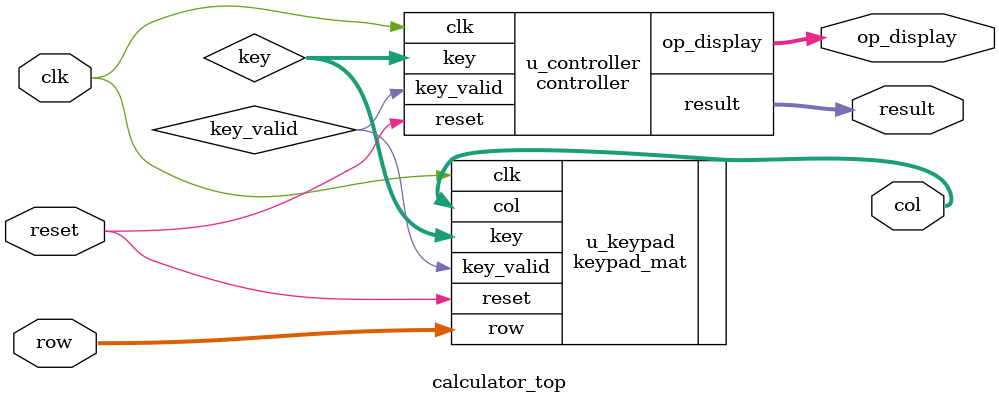
<source format=v>
module pow_module (
    input clk,
    input reset,
    input [3:0] base,
    input [3:0] exp,
    output reg [7:0] result,
    output reg done
);

reg [3:0] counter;
reg [7:0] temp_result;
reg [1:0] state;

localparam IDLE = 2'b00;
localparam CALC = 2'b01;
localparam DONE = 2'b10;

always @(posedge clk or posedge reset) begin
    if (reset) begin
        result <= 8'd1;
        temp_result <= 8'd1;
        counter <= 4'd0;
        state <= IDLE;
        done <= 1'b0;
    end else begin
        case (state)
            IDLE: begin
                if (exp > 0) begin
                    temp_result <= 8'd1;
                    counter <= 4'd0;
                    state <= CALC;
                    done <= 1'b0;
                end else begin
                    result <= 8'd1;
                    done <= 1'b1;
                end
            end
            CALC: begin
                if (counter < exp) begin
                    temp_result <= temp_result * base;
                    counter <= counter + 4'b1;
                end else begin
                    result <= temp_result;
                    state <= DONE;
                end
            end
            DONE: begin
                done <= 1'b1;
                state <= IDLE;
            end
        endcase
    end
end

endmodule



module alu (
    input clk,
    input reset,
    input [3:0] a,
    input [3:0] b,
    input [2:0] opcode,
    output reg [7:0] result
);

wire [7:0] result1;
wire [7:0] pow_result;
wire pow_done;

pow_module u_pow (
    .clk(clk),
    .reset(reset),
    .base(a),
    .exp(b),
    .result(pow_result),
    .done(pow_done)
);

always @(posedge clk or posedge reset) begin
    if (reset) begin
        result <= 8'b0;
    end else begin
        case (opcode)
            3'b000: result <= a + b;        // Suma
            3'b001: result <= a - b;        // Resta
            3'b010: result <= (b != 0) ? (a / b) : 8'b11111111; // División, con protección contra división por cero
            3'b011: result <= a * b;        // Multiplicación
            3'b100: begin                   // Potencia
                if (pow_done) begin
                    result <= pow_result;
                end
            end
            3'b101: result <= (a * b) / 8'd100; // Porcentaje
            default: result <= 8'b00000000;  // Por defecto, resultado es 0
        endcase
    end
    
end
assign result1 = result;

endmodule




module controller (
    input clk,
    input reset,
    input [3:0] key,
    input key_valid,
    output reg [7:0] result,
    output reg [3:0] op_display // Opcional, para mostrar la operación actual
);

reg [3:0] a, b;
reg [2:0] opcode;
reg [1:0] state;
reg [3:0] temp_a, temp_b; // Registros temporales para acumular los dígitos
reg loading_a, loading_b; // Flags para indicar si estamos cargando a o b

localparam STATE_IDLE = 2'b00;
localparam STATE_OP = 2'b01;
localparam STATE_B = 2'b10;
localparam STATE_CALC = 2'b11;
localparam KEY_EQ = 4'b1110; // Definir la tecla para "="

alu u_alu (
    .clk(clk),
    .reset(reset),
    .a(a),
    .b(b),
    .opcode(opcode),
    .result(result1)
);

always @(posedge clk or posedge reset) begin

    result <= result1;


    if (reset) begin
        state <= STATE_IDLE;
        a <= 4'b0000;
        b <= 4'b0000;
        temp_a <= 4'b0000;
        temp_b <= 4'b0000;
        opcode <= 3'b000;
        result <= 8'b00000000;
        op_display <= 4'b0000; // Inicializar op_display
        loading_a <= 1'b0;
        loading_b <= 1'b0;
    end else if (key_valid) begin
        case (state)
            STATE_IDLE: begin
                if (key <= 4'b1001) begin // Si es un número
                    temp_a <= temp_a * 4'd10 + key; // Acumular el número
                    loading_a <= 1'b1; // Indicamos que estamos cargando a
                end else if (key >= 4'b1010 && key <= 4'b1101) begin // Si es una operación
                    if (loading_a) begin
                        a <= temp_a; // Transferir el número acumulado a a
                        loading_a <= 1'b0; // Reiniciar la carga de a
                        temp_a <= 4'b0000; // Reiniciar temp_a
                    end
                    case (key)
                        4'b1010: opcode <= 3'b000; // +
                        4'b1011: opcode <= 3'b001; // -
                        4'b1100: opcode <= 3'b010; // /
                        4'b1101: opcode <= 3'b011; // *
                        4'b1110: opcode <= 3'b100; // Potencia (A)
                        4'b1111: opcode <= 3'b101; // Porcentaje (B)
                    endcase
                    op_display <= key; // Para mostrar la operación actual en un display (opcional)
                    state <= STATE_B; // Cambiar al estado B
                end
            end
            STATE_B: begin
                if (key <= 4'b1001) begin // Si es un número
                    temp_b <= temp_b * 4'd10 + key; // Acumular el número
                    loading_b <= 1'b1; // Indicamos que estamos cargando b
                end else if (key == KEY_EQ) begin // Si se presiona "="
                    if (loading_b) begin
                        b <= temp_b; // Transferir el número acumulado a b
                        loading_b <= 1'b0; // Reiniciar la carga de b
                        temp_b <= 4'b0000; // Reiniciar temp_b
                    end
                    result <= u_alu.result; // Asignar el resultado calculado por el módulo ALU
                    state <= STATE_IDLE;
                end
            end
        endcase
    end
end

endmodule






module calculator_top (
    input clk,
    input reset,
    input [3:0] row,
    output wire [3:0] col,
    output wire [7:0] result,
    output [3:0] op_display // Opcional, para mostrar la operación actual
);

wire [3:0] key;
wire key_valid;

keypad_mat u_keypad (
    .clk(clk),
    .reset(reset),
    .row(row),
    .col(col),
    .key(key),
    .key_valid(key_valid)
);

controller u_controller (
    .clk(clk),
    .reset(reset),
    .key(key),
    .key_valid(key_valid),
    .result(result),
    .op_display(op_display) // Opcional
);

endmodule

</source>
